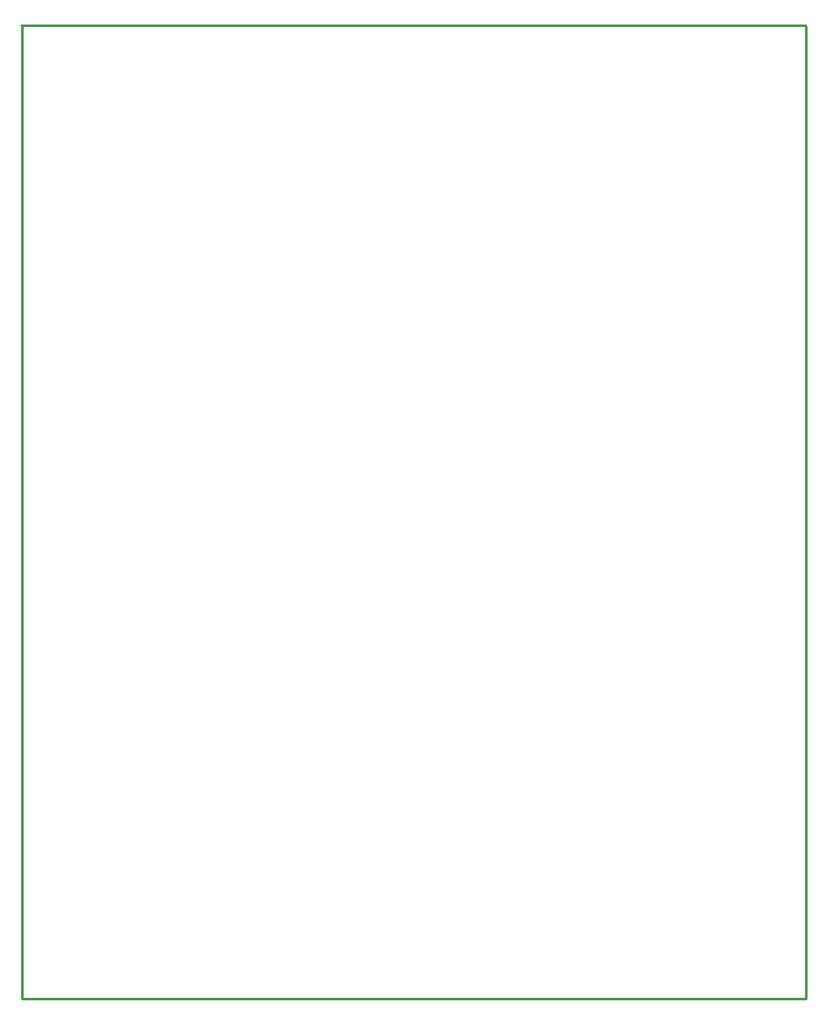
<source format=gbp>
G04 Layer_Color=128*
%FSLAX25Y25*%
%MOIN*%
G70*
G01*
G75*
%ADD48C,0.01000*%
D48*
X0Y0D02*
Y383400D01*
X-400Y383800D02*
X0Y383400D01*
X-400Y383800D02*
X309100D01*
X309300Y383600D01*
Y0D02*
Y383600D01*
X0Y0D02*
X309300D01*
M02*

</source>
